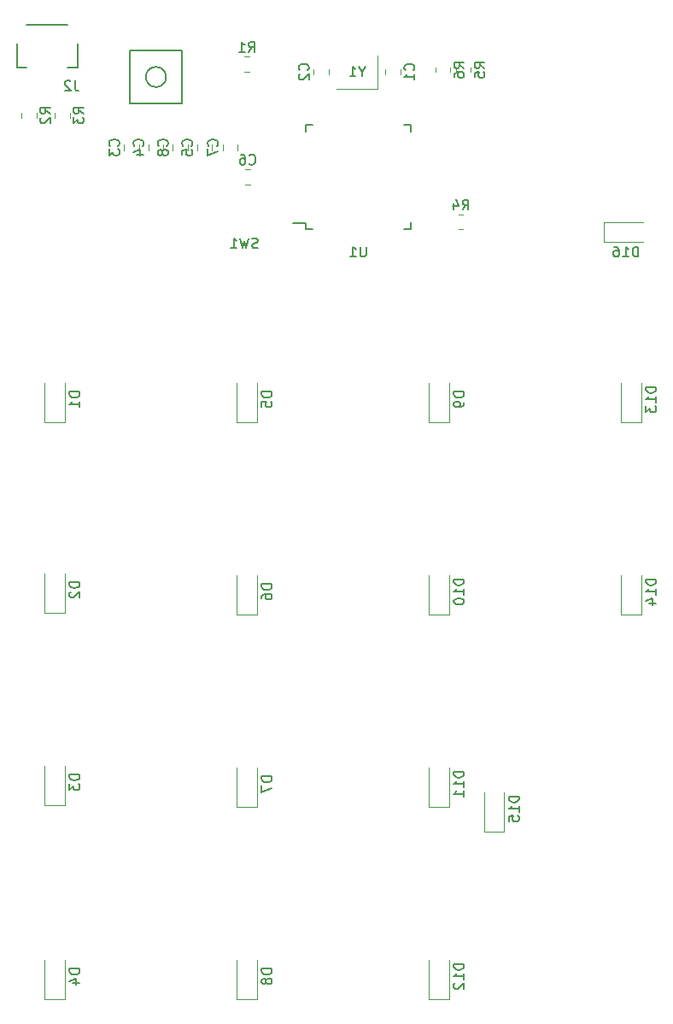
<source format=gbr>
G04 #@! TF.GenerationSoftware,KiCad,Pcbnew,(6.0.10)*
G04 #@! TF.CreationDate,2023-08-04T22:21:03-04:00*
G04 #@! TF.ProjectId,NugMacro-Keypad,4e75674d-6163-4726-9f2d-4b6579706164,rev?*
G04 #@! TF.SameCoordinates,Original*
G04 #@! TF.FileFunction,Legend,Bot*
G04 #@! TF.FilePolarity,Positive*
%FSLAX46Y46*%
G04 Gerber Fmt 4.6, Leading zero omitted, Abs format (unit mm)*
G04 Created by KiCad (PCBNEW (6.0.10)) date 2023-08-04 22:21:03*
%MOMM*%
%LPD*%
G01*
G04 APERTURE LIST*
%ADD10C,0.150000*%
%ADD11C,0.120000*%
G04 APERTURE END LIST*
D10*
X65658904Y-76244380D02*
X65658904Y-77053904D01*
X65611285Y-77149142D01*
X65563666Y-77196761D01*
X65468428Y-77244380D01*
X65277952Y-77244380D01*
X65182714Y-77196761D01*
X65135095Y-77149142D01*
X65087476Y-77053904D01*
X65087476Y-76244380D01*
X64087476Y-77244380D02*
X64658904Y-77244380D01*
X64373190Y-77244380D02*
X64373190Y-76244380D01*
X64468428Y-76387238D01*
X64563666Y-76482476D01*
X64658904Y-76530095D01*
X37662380Y-63079333D02*
X37186190Y-62746000D01*
X37662380Y-62507904D02*
X36662380Y-62507904D01*
X36662380Y-62888857D01*
X36710000Y-62984095D01*
X36757619Y-63031714D01*
X36852857Y-63079333D01*
X36995714Y-63079333D01*
X37090952Y-63031714D01*
X37138571Y-62984095D01*
X37186190Y-62888857D01*
X37186190Y-62507904D01*
X36662380Y-63412666D02*
X36662380Y-64031714D01*
X37043333Y-63698380D01*
X37043333Y-63841238D01*
X37090952Y-63936476D01*
X37138571Y-63984095D01*
X37233809Y-64031714D01*
X37471904Y-64031714D01*
X37567142Y-63984095D01*
X37614761Y-63936476D01*
X37662380Y-63841238D01*
X37662380Y-63555523D01*
X37614761Y-63460285D01*
X37567142Y-63412666D01*
X37265080Y-128547904D02*
X36265080Y-128547904D01*
X36265080Y-128786000D01*
X36312700Y-128928857D01*
X36407938Y-129024095D01*
X36503176Y-129071714D01*
X36693652Y-129119333D01*
X36836509Y-129119333D01*
X37026985Y-129071714D01*
X37122223Y-129024095D01*
X37217461Y-128928857D01*
X37265080Y-128786000D01*
X37265080Y-128547904D01*
X36265080Y-129452666D02*
X36265080Y-130071714D01*
X36646033Y-129738380D01*
X36646033Y-129881238D01*
X36693652Y-129976476D01*
X36741271Y-130024095D01*
X36836509Y-130071714D01*
X37074604Y-130071714D01*
X37169842Y-130024095D01*
X37217461Y-129976476D01*
X37265080Y-129881238D01*
X37265080Y-129595523D01*
X37217461Y-129500285D01*
X37169842Y-129452666D01*
X37265345Y-147780974D02*
X36265345Y-147780974D01*
X36265345Y-148019070D01*
X36312965Y-148161927D01*
X36408203Y-148257165D01*
X36503441Y-148304784D01*
X36693917Y-148352403D01*
X36836774Y-148352403D01*
X37027250Y-148304784D01*
X37122488Y-148257165D01*
X37217726Y-148161927D01*
X37265345Y-148019070D01*
X37265345Y-147780974D01*
X36598679Y-149209546D02*
X37265345Y-149209546D01*
X36217726Y-148971450D02*
X36932012Y-148733355D01*
X36932012Y-149352403D01*
X43508142Y-66254333D02*
X43555761Y-66206714D01*
X43603380Y-66063857D01*
X43603380Y-65968619D01*
X43555761Y-65825761D01*
X43460523Y-65730523D01*
X43365285Y-65682904D01*
X43174809Y-65635285D01*
X43031952Y-65635285D01*
X42841476Y-65682904D01*
X42746238Y-65730523D01*
X42651000Y-65825761D01*
X42603380Y-65968619D01*
X42603380Y-66063857D01*
X42651000Y-66206714D01*
X42698619Y-66254333D01*
X42936714Y-67111476D02*
X43603380Y-67111476D01*
X42555761Y-66873380D02*
X43270047Y-66635285D01*
X43270047Y-67254333D01*
X56314980Y-147780574D02*
X55314980Y-147780574D01*
X55314980Y-148018670D01*
X55362600Y-148161527D01*
X55457838Y-148256765D01*
X55553076Y-148304384D01*
X55743552Y-148352003D01*
X55886409Y-148352003D01*
X56076885Y-148304384D01*
X56172123Y-148256765D01*
X56267361Y-148161527D01*
X56314980Y-148018670D01*
X56314980Y-147780574D01*
X55743552Y-148923431D02*
X55695933Y-148828193D01*
X55648314Y-148780574D01*
X55553076Y-148732955D01*
X55505457Y-148732955D01*
X55410219Y-148780574D01*
X55362600Y-148828193D01*
X55314980Y-148923431D01*
X55314980Y-149113908D01*
X55362600Y-149209146D01*
X55410219Y-149256765D01*
X55505457Y-149304384D01*
X55553076Y-149304384D01*
X55648314Y-149256765D01*
X55695933Y-149209146D01*
X55743552Y-149113908D01*
X55743552Y-148923431D01*
X55791171Y-148828193D01*
X55838790Y-148780574D01*
X55934028Y-148732955D01*
X56124504Y-148732955D01*
X56219742Y-148780574D01*
X56267361Y-148828193D01*
X56314980Y-148923431D01*
X56314980Y-149113908D01*
X56267361Y-149209146D01*
X56219742Y-149256765D01*
X56124504Y-149304384D01*
X55934028Y-149304384D01*
X55838790Y-149256765D01*
X55791171Y-149209146D01*
X55743552Y-149113908D01*
X75223666Y-72589380D02*
X75557000Y-72113190D01*
X75795095Y-72589380D02*
X75795095Y-71589380D01*
X75414142Y-71589380D01*
X75318904Y-71637000D01*
X75271285Y-71684619D01*
X75223666Y-71779857D01*
X75223666Y-71922714D01*
X75271285Y-72017952D01*
X75318904Y-72065571D01*
X75414142Y-72113190D01*
X75795095Y-72113190D01*
X74366523Y-71922714D02*
X74366523Y-72589380D01*
X74604619Y-71541761D02*
X74842714Y-72256047D01*
X74223666Y-72256047D01*
X34360380Y-63079333D02*
X33884190Y-62746000D01*
X34360380Y-62507904D02*
X33360380Y-62507904D01*
X33360380Y-62888857D01*
X33408000Y-62984095D01*
X33455619Y-63031714D01*
X33550857Y-63079333D01*
X33693714Y-63079333D01*
X33788952Y-63031714D01*
X33836571Y-62984095D01*
X33884190Y-62888857D01*
X33884190Y-62507904D01*
X33455619Y-63460285D02*
X33408000Y-63507904D01*
X33360380Y-63603142D01*
X33360380Y-63841238D01*
X33408000Y-63936476D01*
X33455619Y-63984095D01*
X33550857Y-64031714D01*
X33646095Y-64031714D01*
X33788952Y-63984095D01*
X34360380Y-63412666D01*
X34360380Y-64031714D01*
X80811380Y-130711714D02*
X79811380Y-130711714D01*
X79811380Y-130949809D01*
X79859000Y-131092666D01*
X79954238Y-131187904D01*
X80049476Y-131235523D01*
X80239952Y-131283142D01*
X80382809Y-131283142D01*
X80573285Y-131235523D01*
X80668523Y-131187904D01*
X80763761Y-131092666D01*
X80811380Y-130949809D01*
X80811380Y-130711714D01*
X80811380Y-132235523D02*
X80811380Y-131664095D01*
X80811380Y-131949809D02*
X79811380Y-131949809D01*
X79954238Y-131854571D01*
X80049476Y-131759333D01*
X80097095Y-131664095D01*
X79811380Y-133140285D02*
X79811380Y-132664095D01*
X80287571Y-132616476D01*
X80239952Y-132664095D01*
X80192333Y-132759333D01*
X80192333Y-132997428D01*
X80239952Y-133092666D01*
X80287571Y-133140285D01*
X80382809Y-133187904D01*
X80620904Y-133187904D01*
X80716142Y-133140285D01*
X80763761Y-133092666D01*
X80811380Y-132997428D01*
X80811380Y-132759333D01*
X80763761Y-132664095D01*
X80716142Y-132616476D01*
X92654285Y-77255380D02*
X92654285Y-76255380D01*
X92416190Y-76255380D01*
X92273333Y-76303000D01*
X92178095Y-76398238D01*
X92130476Y-76493476D01*
X92082857Y-76683952D01*
X92082857Y-76826809D01*
X92130476Y-77017285D01*
X92178095Y-77112523D01*
X92273333Y-77207761D01*
X92416190Y-77255380D01*
X92654285Y-77255380D01*
X91130476Y-77255380D02*
X91701904Y-77255380D01*
X91416190Y-77255380D02*
X91416190Y-76255380D01*
X91511428Y-76398238D01*
X91606666Y-76493476D01*
X91701904Y-76541095D01*
X90273333Y-76255380D02*
X90463809Y-76255380D01*
X90559047Y-76303000D01*
X90606666Y-76350619D01*
X90701904Y-76493476D01*
X90749523Y-76683952D01*
X90749523Y-77064904D01*
X90701904Y-77160142D01*
X90654285Y-77207761D01*
X90559047Y-77255380D01*
X90368571Y-77255380D01*
X90273333Y-77207761D01*
X90225714Y-77160142D01*
X90178095Y-77064904D01*
X90178095Y-76826809D01*
X90225714Y-76731571D01*
X90273333Y-76683952D01*
X90368571Y-76636333D01*
X90559047Y-76636333D01*
X90654285Y-76683952D01*
X90701904Y-76731571D01*
X90749523Y-76826809D01*
X36782333Y-59800380D02*
X36782333Y-60514666D01*
X36829952Y-60657523D01*
X36925190Y-60752761D01*
X37068047Y-60800380D01*
X37163285Y-60800380D01*
X36353761Y-59895619D02*
X36306142Y-59848000D01*
X36210904Y-59800380D01*
X35972809Y-59800380D01*
X35877571Y-59848000D01*
X35829952Y-59895619D01*
X35782333Y-59990857D01*
X35782333Y-60086095D01*
X35829952Y-60228952D01*
X36401380Y-60800380D01*
X35782333Y-60800380D01*
X41095142Y-66254333D02*
X41142761Y-66206714D01*
X41190380Y-66063857D01*
X41190380Y-65968619D01*
X41142761Y-65825761D01*
X41047523Y-65730523D01*
X40952285Y-65682904D01*
X40761809Y-65635285D01*
X40618952Y-65635285D01*
X40428476Y-65682904D01*
X40333238Y-65730523D01*
X40238000Y-65825761D01*
X40190380Y-65968619D01*
X40190380Y-66063857D01*
X40238000Y-66206714D01*
X40285619Y-66254333D01*
X40190380Y-66587666D02*
X40190380Y-67206714D01*
X40571333Y-66873380D01*
X40571333Y-67016238D01*
X40618952Y-67111476D01*
X40666571Y-67159095D01*
X40761809Y-67206714D01*
X40999904Y-67206714D01*
X41095142Y-67159095D01*
X41142761Y-67111476D01*
X41190380Y-67016238D01*
X41190380Y-66730523D01*
X41142761Y-66635285D01*
X41095142Y-66587666D01*
X75381380Y-58561833D02*
X74905190Y-58228500D01*
X75381380Y-57990404D02*
X74381380Y-57990404D01*
X74381380Y-58371357D01*
X74429000Y-58466595D01*
X74476619Y-58514214D01*
X74571857Y-58561833D01*
X74714714Y-58561833D01*
X74809952Y-58514214D01*
X74857571Y-58466595D01*
X74905190Y-58371357D01*
X74905190Y-57990404D01*
X74381380Y-59418976D02*
X74381380Y-59228500D01*
X74429000Y-59133261D01*
X74476619Y-59085642D01*
X74619476Y-58990404D01*
X74809952Y-58942785D01*
X75190904Y-58942785D01*
X75286142Y-58990404D01*
X75333761Y-59038023D01*
X75381380Y-59133261D01*
X75381380Y-59323738D01*
X75333761Y-59418976D01*
X75286142Y-59466595D01*
X75190904Y-59514214D01*
X74952809Y-59514214D01*
X74857571Y-59466595D01*
X74809952Y-59418976D01*
X74762333Y-59323738D01*
X74762333Y-59133261D01*
X74809952Y-59038023D01*
X74857571Y-58990404D01*
X74952809Y-58942785D01*
X94415415Y-109204644D02*
X93415415Y-109204644D01*
X93415415Y-109442739D01*
X93463035Y-109585596D01*
X93558273Y-109680834D01*
X93653511Y-109728453D01*
X93843987Y-109776072D01*
X93986844Y-109776072D01*
X94177320Y-109728453D01*
X94272558Y-109680834D01*
X94367796Y-109585596D01*
X94415415Y-109442739D01*
X94415415Y-109204644D01*
X94415415Y-110728453D02*
X94415415Y-110157025D01*
X94415415Y-110442739D02*
X93415415Y-110442739D01*
X93558273Y-110347501D01*
X93653511Y-110252263D01*
X93701130Y-110157025D01*
X93748749Y-111585596D02*
X94415415Y-111585596D01*
X93367796Y-111347501D02*
X94082082Y-111109406D01*
X94082082Y-111728453D01*
X75364980Y-109204244D02*
X74364980Y-109204244D01*
X74364980Y-109442339D01*
X74412600Y-109585196D01*
X74507838Y-109680434D01*
X74603076Y-109728053D01*
X74793552Y-109775672D01*
X74936409Y-109775672D01*
X75126885Y-109728053D01*
X75222123Y-109680434D01*
X75317361Y-109585196D01*
X75364980Y-109442339D01*
X75364980Y-109204244D01*
X75364980Y-110728053D02*
X75364980Y-110156625D01*
X75364980Y-110442339D02*
X74364980Y-110442339D01*
X74507838Y-110347101D01*
X74603076Y-110251863D01*
X74650695Y-110156625D01*
X74364980Y-111347101D02*
X74364980Y-111442339D01*
X74412600Y-111537577D01*
X74460219Y-111585196D01*
X74555457Y-111632815D01*
X74745933Y-111680434D01*
X74984028Y-111680434D01*
X75174504Y-111632815D01*
X75269742Y-111585196D01*
X75317361Y-111537577D01*
X75364980Y-111442339D01*
X75364980Y-111347101D01*
X75317361Y-111251863D01*
X75269742Y-111204244D01*
X75174504Y-111156625D01*
X74984028Y-111109006D01*
X74745933Y-111109006D01*
X74555457Y-111156625D01*
X74460219Y-111204244D01*
X74412600Y-111251863D01*
X74364980Y-111347101D01*
X54014666Y-56968380D02*
X54348000Y-56492190D01*
X54586095Y-56968380D02*
X54586095Y-55968380D01*
X54205142Y-55968380D01*
X54109904Y-56016000D01*
X54062285Y-56063619D01*
X54014666Y-56158857D01*
X54014666Y-56301714D01*
X54062285Y-56396952D01*
X54109904Y-56444571D01*
X54205142Y-56492190D01*
X54586095Y-56492190D01*
X53062285Y-56968380D02*
X53633714Y-56968380D01*
X53348000Y-56968380D02*
X53348000Y-55968380D01*
X53443238Y-56111238D01*
X53538476Y-56206476D01*
X53633714Y-56254095D01*
X54927333Y-76350761D02*
X54784476Y-76398380D01*
X54546380Y-76398380D01*
X54451142Y-76350761D01*
X54403523Y-76303142D01*
X54355904Y-76207904D01*
X54355904Y-76112666D01*
X54403523Y-76017428D01*
X54451142Y-75969809D01*
X54546380Y-75922190D01*
X54736857Y-75874571D01*
X54832095Y-75826952D01*
X54879714Y-75779333D01*
X54927333Y-75684095D01*
X54927333Y-75588857D01*
X54879714Y-75493619D01*
X54832095Y-75446000D01*
X54736857Y-75398380D01*
X54498761Y-75398380D01*
X54355904Y-75446000D01*
X54022571Y-75398380D02*
X53784476Y-76398380D01*
X53594000Y-75684095D01*
X53403523Y-76398380D01*
X53165428Y-75398380D01*
X52260666Y-76398380D02*
X52832095Y-76398380D01*
X52546380Y-76398380D02*
X52546380Y-75398380D01*
X52641619Y-75541238D01*
X52736857Y-75636476D01*
X52832095Y-75684095D01*
X56314980Y-109680434D02*
X55314980Y-109680434D01*
X55314980Y-109918530D01*
X55362600Y-110061387D01*
X55457838Y-110156625D01*
X55553076Y-110204244D01*
X55743552Y-110251863D01*
X55886409Y-110251863D01*
X56076885Y-110204244D01*
X56172123Y-110156625D01*
X56267361Y-110061387D01*
X56314980Y-109918530D01*
X56314980Y-109680434D01*
X55314980Y-111109006D02*
X55314980Y-110918530D01*
X55362600Y-110823291D01*
X55410219Y-110775672D01*
X55553076Y-110680434D01*
X55743552Y-110632815D01*
X56124504Y-110632815D01*
X56219742Y-110680434D01*
X56267361Y-110728053D01*
X56314980Y-110823291D01*
X56314980Y-111013768D01*
X56267361Y-111109006D01*
X56219742Y-111156625D01*
X56124504Y-111204244D01*
X55886409Y-111204244D01*
X55791171Y-111156625D01*
X55743552Y-111109006D01*
X55695933Y-111013768D01*
X55695933Y-110823291D01*
X55743552Y-110728053D01*
X55791171Y-110680434D01*
X55886409Y-110632815D01*
X70363142Y-58761333D02*
X70410761Y-58713714D01*
X70458380Y-58570857D01*
X70458380Y-58475619D01*
X70410761Y-58332761D01*
X70315523Y-58237523D01*
X70220285Y-58189904D01*
X70029809Y-58142285D01*
X69886952Y-58142285D01*
X69696476Y-58189904D01*
X69601238Y-58237523D01*
X69506000Y-58332761D01*
X69458380Y-58475619D01*
X69458380Y-58570857D01*
X69506000Y-58713714D01*
X69553619Y-58761333D01*
X70458380Y-59713714D02*
X70458380Y-59142285D01*
X70458380Y-59428000D02*
X69458380Y-59428000D01*
X69601238Y-59332761D01*
X69696476Y-59237523D01*
X69744095Y-59142285D01*
X75364980Y-147304384D02*
X74364980Y-147304384D01*
X74364980Y-147542479D01*
X74412600Y-147685336D01*
X74507838Y-147780574D01*
X74603076Y-147828193D01*
X74793552Y-147875812D01*
X74936409Y-147875812D01*
X75126885Y-147828193D01*
X75222123Y-147780574D01*
X75317361Y-147685336D01*
X75364980Y-147542479D01*
X75364980Y-147304384D01*
X75364980Y-148828193D02*
X75364980Y-148256765D01*
X75364980Y-148542479D02*
X74364980Y-148542479D01*
X74507838Y-148447241D01*
X74603076Y-148352003D01*
X74650695Y-148256765D01*
X74460219Y-149209146D02*
X74412600Y-149256765D01*
X74364980Y-149352003D01*
X74364980Y-149590098D01*
X74412600Y-149685336D01*
X74460219Y-149732955D01*
X74555457Y-149780574D01*
X74650695Y-149780574D01*
X74793552Y-149732955D01*
X75364980Y-149161527D01*
X75364980Y-149780574D01*
X65246190Y-58904190D02*
X65246190Y-59380380D01*
X65579523Y-58380380D02*
X65246190Y-58904190D01*
X64912857Y-58380380D01*
X64055714Y-59380380D02*
X64627142Y-59380380D01*
X64341428Y-59380380D02*
X64341428Y-58380380D01*
X64436666Y-58523238D01*
X64531904Y-58618476D01*
X64627142Y-58666095D01*
X59891142Y-58761333D02*
X59938761Y-58713714D01*
X59986380Y-58570857D01*
X59986380Y-58475619D01*
X59938761Y-58332761D01*
X59843523Y-58237523D01*
X59748285Y-58189904D01*
X59557809Y-58142285D01*
X59414952Y-58142285D01*
X59224476Y-58189904D01*
X59129238Y-58237523D01*
X59034000Y-58332761D01*
X58986380Y-58475619D01*
X58986380Y-58570857D01*
X59034000Y-58713714D01*
X59081619Y-58761333D01*
X59081619Y-59142285D02*
X59034000Y-59189904D01*
X58986380Y-59285142D01*
X58986380Y-59523238D01*
X59034000Y-59618476D01*
X59081619Y-59666095D01*
X59176857Y-59713714D01*
X59272095Y-59713714D01*
X59414952Y-59666095D01*
X59986380Y-59094666D01*
X59986380Y-59713714D01*
X75365415Y-90630834D02*
X74365415Y-90630834D01*
X74365415Y-90868930D01*
X74413035Y-91011787D01*
X74508273Y-91107025D01*
X74603511Y-91154644D01*
X74793987Y-91202263D01*
X74936844Y-91202263D01*
X75127320Y-91154644D01*
X75222558Y-91107025D01*
X75317796Y-91011787D01*
X75365415Y-90868930D01*
X75365415Y-90630834D01*
X75365415Y-91678453D02*
X75365415Y-91868930D01*
X75317796Y-91964168D01*
X75270177Y-92011787D01*
X75127320Y-92107025D01*
X74936844Y-92154644D01*
X74555892Y-92154644D01*
X74460654Y-92107025D01*
X74413035Y-92059406D01*
X74365415Y-91964168D01*
X74365415Y-91773691D01*
X74413035Y-91678453D01*
X74460654Y-91630834D01*
X74555892Y-91583215D01*
X74793987Y-91583215D01*
X74889225Y-91630834D01*
X74936844Y-91678453D01*
X74984463Y-91773691D01*
X74984463Y-91964168D01*
X74936844Y-92059406D01*
X74889225Y-92107025D01*
X74793987Y-92154644D01*
X75364980Y-128254344D02*
X74364980Y-128254344D01*
X74364980Y-128492439D01*
X74412600Y-128635296D01*
X74507838Y-128730534D01*
X74603076Y-128778153D01*
X74793552Y-128825772D01*
X74936409Y-128825772D01*
X75126885Y-128778153D01*
X75222123Y-128730534D01*
X75317361Y-128635296D01*
X75364980Y-128492439D01*
X75364980Y-128254344D01*
X75364980Y-129778153D02*
X75364980Y-129206725D01*
X75364980Y-129492439D02*
X74364980Y-129492439D01*
X74507838Y-129397201D01*
X74603076Y-129301963D01*
X74650695Y-129206725D01*
X75364980Y-130730534D02*
X75364980Y-130159106D01*
X75364980Y-130444820D02*
X74364980Y-130444820D01*
X74507838Y-130349582D01*
X74603076Y-130254344D01*
X74650695Y-130159106D01*
X56315315Y-90630834D02*
X55315315Y-90630834D01*
X55315315Y-90868930D01*
X55362935Y-91011787D01*
X55458173Y-91107025D01*
X55553411Y-91154644D01*
X55743887Y-91202263D01*
X55886744Y-91202263D01*
X56077220Y-91154644D01*
X56172458Y-91107025D01*
X56267696Y-91011787D01*
X56315315Y-90868930D01*
X56315315Y-90630834D01*
X55315315Y-92107025D02*
X55315315Y-91630834D01*
X55791506Y-91583215D01*
X55743887Y-91630834D01*
X55696268Y-91726072D01*
X55696268Y-91964168D01*
X55743887Y-92059406D01*
X55791506Y-92107025D01*
X55886744Y-92154644D01*
X56124839Y-92154644D01*
X56220077Y-92107025D01*
X56267696Y-92059406D01*
X56315315Y-91964168D01*
X56315315Y-91726072D01*
X56267696Y-91630834D01*
X56220077Y-91583215D01*
X37265345Y-90630834D02*
X36265345Y-90630834D01*
X36265345Y-90868930D01*
X36312965Y-91011787D01*
X36408203Y-91107025D01*
X36503441Y-91154644D01*
X36693917Y-91202263D01*
X36836774Y-91202263D01*
X37027250Y-91154644D01*
X37122488Y-91107025D01*
X37217726Y-91011787D01*
X37265345Y-90868930D01*
X37265345Y-90630834D01*
X37265345Y-92154644D02*
X37265345Y-91583215D01*
X37265345Y-91868930D02*
X36265345Y-91868930D01*
X36408203Y-91773691D01*
X36503441Y-91678453D01*
X36551060Y-91583215D01*
X54075666Y-68019142D02*
X54123285Y-68066761D01*
X54266142Y-68114380D01*
X54361380Y-68114380D01*
X54504238Y-68066761D01*
X54599476Y-67971523D01*
X54647095Y-67876285D01*
X54694714Y-67685809D01*
X54694714Y-67542952D01*
X54647095Y-67352476D01*
X54599476Y-67257238D01*
X54504238Y-67162000D01*
X54361380Y-67114380D01*
X54266142Y-67114380D01*
X54123285Y-67162000D01*
X54075666Y-67209619D01*
X53218523Y-67114380D02*
X53409000Y-67114380D01*
X53504238Y-67162000D01*
X53551857Y-67209619D01*
X53647095Y-67352476D01*
X53694714Y-67542952D01*
X53694714Y-67923904D01*
X53647095Y-68019142D01*
X53599476Y-68066761D01*
X53504238Y-68114380D01*
X53313761Y-68114380D01*
X53218523Y-68066761D01*
X53170904Y-68019142D01*
X53123285Y-67923904D01*
X53123285Y-67685809D01*
X53170904Y-67590571D01*
X53218523Y-67542952D01*
X53313761Y-67495333D01*
X53504238Y-67495333D01*
X53599476Y-67542952D01*
X53647095Y-67590571D01*
X53694714Y-67685809D01*
X45921142Y-66254333D02*
X45968761Y-66206714D01*
X46016380Y-66063857D01*
X46016380Y-65968619D01*
X45968761Y-65825761D01*
X45873523Y-65730523D01*
X45778285Y-65682904D01*
X45587809Y-65635285D01*
X45444952Y-65635285D01*
X45254476Y-65682904D01*
X45159238Y-65730523D01*
X45064000Y-65825761D01*
X45016380Y-65968619D01*
X45016380Y-66063857D01*
X45064000Y-66206714D01*
X45111619Y-66254333D01*
X45444952Y-66825761D02*
X45397333Y-66730523D01*
X45349714Y-66682904D01*
X45254476Y-66635285D01*
X45206857Y-66635285D01*
X45111619Y-66682904D01*
X45064000Y-66730523D01*
X45016380Y-66825761D01*
X45016380Y-67016238D01*
X45064000Y-67111476D01*
X45111619Y-67159095D01*
X45206857Y-67206714D01*
X45254476Y-67206714D01*
X45349714Y-67159095D01*
X45397333Y-67111476D01*
X45444952Y-67016238D01*
X45444952Y-66825761D01*
X45492571Y-66730523D01*
X45540190Y-66682904D01*
X45635428Y-66635285D01*
X45825904Y-66635285D01*
X45921142Y-66682904D01*
X45968761Y-66730523D01*
X46016380Y-66825761D01*
X46016380Y-67016238D01*
X45968761Y-67111476D01*
X45921142Y-67159095D01*
X45825904Y-67206714D01*
X45635428Y-67206714D01*
X45540190Y-67159095D01*
X45492571Y-67111476D01*
X45444952Y-67016238D01*
X37265080Y-109497904D02*
X36265080Y-109497904D01*
X36265080Y-109736000D01*
X36312700Y-109878857D01*
X36407938Y-109974095D01*
X36503176Y-110021714D01*
X36693652Y-110069333D01*
X36836509Y-110069333D01*
X37026985Y-110021714D01*
X37122223Y-109974095D01*
X37217461Y-109878857D01*
X37265080Y-109736000D01*
X37265080Y-109497904D01*
X36360319Y-110450285D02*
X36312700Y-110497904D01*
X36265080Y-110593142D01*
X36265080Y-110831238D01*
X36312700Y-110926476D01*
X36360319Y-110974095D01*
X36455557Y-111021714D01*
X36550795Y-111021714D01*
X36693652Y-110974095D01*
X37265080Y-110402666D01*
X37265080Y-111021714D01*
X56315315Y-128730934D02*
X55315315Y-128730934D01*
X55315315Y-128969030D01*
X55362935Y-129111887D01*
X55458173Y-129207125D01*
X55553411Y-129254744D01*
X55743887Y-129302363D01*
X55886744Y-129302363D01*
X56077220Y-129254744D01*
X56172458Y-129207125D01*
X56267696Y-129111887D01*
X56315315Y-128969030D01*
X56315315Y-128730934D01*
X55315315Y-129635696D02*
X55315315Y-130302363D01*
X56315315Y-129873791D01*
X50874142Y-66254333D02*
X50921761Y-66206714D01*
X50969380Y-66063857D01*
X50969380Y-65968619D01*
X50921761Y-65825761D01*
X50826523Y-65730523D01*
X50731285Y-65682904D01*
X50540809Y-65635285D01*
X50397952Y-65635285D01*
X50207476Y-65682904D01*
X50112238Y-65730523D01*
X50017000Y-65825761D01*
X49969380Y-65968619D01*
X49969380Y-66063857D01*
X50017000Y-66206714D01*
X50064619Y-66254333D01*
X49969380Y-66587666D02*
X49969380Y-67254333D01*
X50969380Y-66825761D01*
X77413380Y-58561833D02*
X76937190Y-58228500D01*
X77413380Y-57990404D02*
X76413380Y-57990404D01*
X76413380Y-58371357D01*
X76461000Y-58466595D01*
X76508619Y-58514214D01*
X76603857Y-58561833D01*
X76746714Y-58561833D01*
X76841952Y-58514214D01*
X76889571Y-58466595D01*
X76937190Y-58371357D01*
X76937190Y-57990404D01*
X76413380Y-59466595D02*
X76413380Y-58990404D01*
X76889571Y-58942785D01*
X76841952Y-58990404D01*
X76794333Y-59085642D01*
X76794333Y-59323738D01*
X76841952Y-59418976D01*
X76889571Y-59466595D01*
X76984809Y-59514214D01*
X77222904Y-59514214D01*
X77318142Y-59466595D01*
X77365761Y-59418976D01*
X77413380Y-59323738D01*
X77413380Y-59085642D01*
X77365761Y-58990404D01*
X77318142Y-58942785D01*
X48334142Y-66254333D02*
X48381761Y-66206714D01*
X48429380Y-66063857D01*
X48429380Y-65968619D01*
X48381761Y-65825761D01*
X48286523Y-65730523D01*
X48191285Y-65682904D01*
X48000809Y-65635285D01*
X47857952Y-65635285D01*
X47667476Y-65682904D01*
X47572238Y-65730523D01*
X47477000Y-65825761D01*
X47429380Y-65968619D01*
X47429380Y-66063857D01*
X47477000Y-66206714D01*
X47524619Y-66254333D01*
X47429380Y-67159095D02*
X47429380Y-66682904D01*
X47905571Y-66635285D01*
X47857952Y-66682904D01*
X47810333Y-66778142D01*
X47810333Y-67016238D01*
X47857952Y-67111476D01*
X47905571Y-67159095D01*
X48000809Y-67206714D01*
X48238904Y-67206714D01*
X48334142Y-67159095D01*
X48381761Y-67111476D01*
X48429380Y-67016238D01*
X48429380Y-66778142D01*
X48381761Y-66682904D01*
X48334142Y-66635285D01*
X94414980Y-90154244D02*
X93414980Y-90154244D01*
X93414980Y-90392339D01*
X93462600Y-90535196D01*
X93557838Y-90630434D01*
X93653076Y-90678053D01*
X93843552Y-90725672D01*
X93986409Y-90725672D01*
X94176885Y-90678053D01*
X94272123Y-90630434D01*
X94367361Y-90535196D01*
X94414980Y-90392339D01*
X94414980Y-90154244D01*
X94414980Y-91678053D02*
X94414980Y-91106625D01*
X94414980Y-91392339D02*
X93414980Y-91392339D01*
X93557838Y-91297101D01*
X93653076Y-91201863D01*
X93700695Y-91106625D01*
X93414980Y-92011387D02*
X93414980Y-92630434D01*
X93795933Y-92297101D01*
X93795933Y-92439958D01*
X93843552Y-92535196D01*
X93891171Y-92582815D01*
X93986409Y-92630434D01*
X94224504Y-92630434D01*
X94319742Y-92582815D01*
X94367361Y-92535196D01*
X94414980Y-92439958D01*
X94414980Y-92154244D01*
X94367361Y-92059006D01*
X94319742Y-92011387D01*
X70072000Y-74517000D02*
X70072000Y-73842000D01*
X70072000Y-64167000D02*
X69397000Y-64167000D01*
X59722000Y-74517000D02*
X60397000Y-74517000D01*
X70072000Y-74517000D02*
X69397000Y-74517000D01*
X59722000Y-73942000D02*
X58447000Y-73942000D01*
X59722000Y-74517000D02*
X59722000Y-73942000D01*
X59722000Y-64167000D02*
X59722000Y-64842000D01*
X59722000Y-64167000D02*
X60397000Y-64167000D01*
X70072000Y-64167000D02*
X70072000Y-64842000D01*
D11*
X34825000Y-63473064D02*
X34825000Y-63018936D01*
X36295000Y-63473064D02*
X36295000Y-63018936D01*
X35812700Y-131536000D02*
X35812700Y-127636000D01*
X33812700Y-131536000D02*
X33812700Y-127636000D01*
X35812700Y-131536000D02*
X33812700Y-131536000D01*
X35812965Y-150769070D02*
X35812965Y-146869070D01*
X35812965Y-150769070D02*
X33812965Y-150769070D01*
X33812965Y-150769070D02*
X33812965Y-146869070D01*
X45566000Y-66159748D02*
X45566000Y-66682252D01*
X44096000Y-66159748D02*
X44096000Y-66682252D01*
X52862600Y-150768670D02*
X52862600Y-146868670D01*
X54862600Y-150768670D02*
X52862600Y-150768670D01*
X54862600Y-150768670D02*
X54862600Y-146868670D01*
X75284064Y-74522000D02*
X74829936Y-74522000D01*
X75284064Y-73052000D02*
X74829936Y-73052000D01*
X32993000Y-63473064D02*
X32993000Y-63018936D01*
X31523000Y-63473064D02*
X31523000Y-63018936D01*
X77359000Y-134176000D02*
X77359000Y-130276000D01*
X79359000Y-134176000D02*
X79359000Y-130276000D01*
X79359000Y-134176000D02*
X77359000Y-134176000D01*
X89190000Y-75803000D02*
X93090000Y-75803000D01*
X89190000Y-73803000D02*
X93090000Y-73803000D01*
X89190000Y-75803000D02*
X89190000Y-73803000D01*
D10*
X37036000Y-58502000D02*
X37036000Y-56102000D01*
X31036000Y-56102000D02*
X31036000Y-58502000D01*
X36036000Y-58502000D02*
X37036000Y-58502000D01*
X31036000Y-58502000D02*
X32036000Y-58502000D01*
X36036000Y-54302000D02*
X32036000Y-54302000D01*
D11*
X41683000Y-66159748D02*
X41683000Y-66682252D01*
X43153000Y-66159748D02*
X43153000Y-66682252D01*
X72544000Y-58955564D02*
X72544000Y-58501436D01*
X74014000Y-58955564D02*
X74014000Y-58501436D01*
X90963035Y-112668930D02*
X90963035Y-108768930D01*
X92963035Y-112668930D02*
X90963035Y-112668930D01*
X92963035Y-112668930D02*
X92963035Y-108768930D01*
X73912600Y-112668530D02*
X71912600Y-112668530D01*
X71912600Y-112668530D02*
X71912600Y-108768530D01*
X73912600Y-112668530D02*
X73912600Y-108768530D01*
X54075064Y-57431000D02*
X53620936Y-57431000D01*
X54075064Y-58901000D02*
X53620936Y-58901000D01*
D10*
X45831000Y-59436000D02*
G75*
G03*
X45831000Y-59436000I-1000000J0D01*
G01*
X47431000Y-62036000D02*
X47431000Y-56836000D01*
X42231000Y-62036000D02*
X47431000Y-62036000D01*
X42231000Y-56836000D02*
X42231000Y-62036000D01*
X47431000Y-56836000D02*
X42231000Y-56836000D01*
D11*
X54862600Y-112668530D02*
X52862600Y-112668530D01*
X54862600Y-112668530D02*
X54862600Y-108768530D01*
X52862600Y-112668530D02*
X52862600Y-108768530D01*
X69061000Y-59189252D02*
X69061000Y-58666748D01*
X67591000Y-59189252D02*
X67591000Y-58666748D01*
X73912600Y-150768670D02*
X71912600Y-150768670D01*
X73912600Y-150768670D02*
X73912600Y-146868670D01*
X71912600Y-150768670D02*
X71912600Y-146868670D01*
X66770000Y-57278000D02*
X66770000Y-60578000D01*
X66770000Y-60578000D02*
X62770000Y-60578000D01*
X60479000Y-58666748D02*
X60479000Y-59189252D01*
X61949000Y-58666748D02*
X61949000Y-59189252D01*
X71913035Y-93618930D02*
X71913035Y-89718930D01*
X73913035Y-93618930D02*
X71913035Y-93618930D01*
X73913035Y-93618930D02*
X73913035Y-89718930D01*
X71912600Y-131718630D02*
X71912600Y-127818630D01*
X73912600Y-131718630D02*
X71912600Y-131718630D01*
X73912600Y-131718630D02*
X73912600Y-127818630D01*
X52862935Y-93618930D02*
X52862935Y-89718930D01*
X54862935Y-93618930D02*
X54862935Y-89718930D01*
X54862935Y-93618930D02*
X52862935Y-93618930D01*
X33812965Y-93618930D02*
X33812965Y-89718930D01*
X35812965Y-93618930D02*
X35812965Y-89718930D01*
X35812965Y-93618930D02*
X33812965Y-93618930D01*
X54170252Y-70077000D02*
X53647748Y-70077000D01*
X54170252Y-68607000D02*
X53647748Y-68607000D01*
X46509000Y-66159748D02*
X46509000Y-66682252D01*
X47979000Y-66159748D02*
X47979000Y-66682252D01*
X33812700Y-112486000D02*
X33812700Y-108586000D01*
X35812700Y-112486000D02*
X33812700Y-112486000D01*
X35812700Y-112486000D02*
X35812700Y-108586000D01*
X54862935Y-131719030D02*
X52862935Y-131719030D01*
X52862935Y-131719030D02*
X52862935Y-127819030D01*
X54862935Y-131719030D02*
X54862935Y-127819030D01*
X51462000Y-66159748D02*
X51462000Y-66682252D01*
X52932000Y-66159748D02*
X52932000Y-66682252D01*
X74576000Y-58955564D02*
X74576000Y-58501436D01*
X76046000Y-58955564D02*
X76046000Y-58501436D01*
X48922000Y-66159748D02*
X48922000Y-66682252D01*
X50392000Y-66159748D02*
X50392000Y-66682252D01*
X90962600Y-93618530D02*
X90962600Y-89718530D01*
X92962600Y-93618530D02*
X92962600Y-89718530D01*
X92962600Y-93618530D02*
X90962600Y-93618530D01*
M02*

</source>
